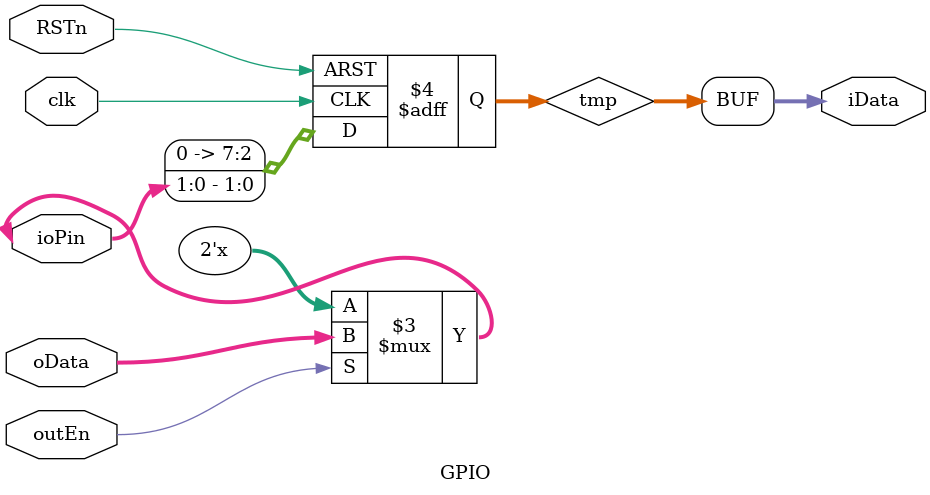
<source format=v>
module GPIO (
    input outEn,
    input clk,
    input RSTn,
    input [1:0]  oData,  
    output[7:0]  iData,  
    inout[1:0]  ioPin
);
reg [7:0] tmp;

always@(posedge clk or negedge RSTn) begin
  if(~RSTn) tmp <= 8'd0;
  else tmp <= {{6{1'b0}},ioPin};
end

assign iData = tmp;
assign ioPin = outEn ? oData : 2'bzz;

endmodule
</source>
